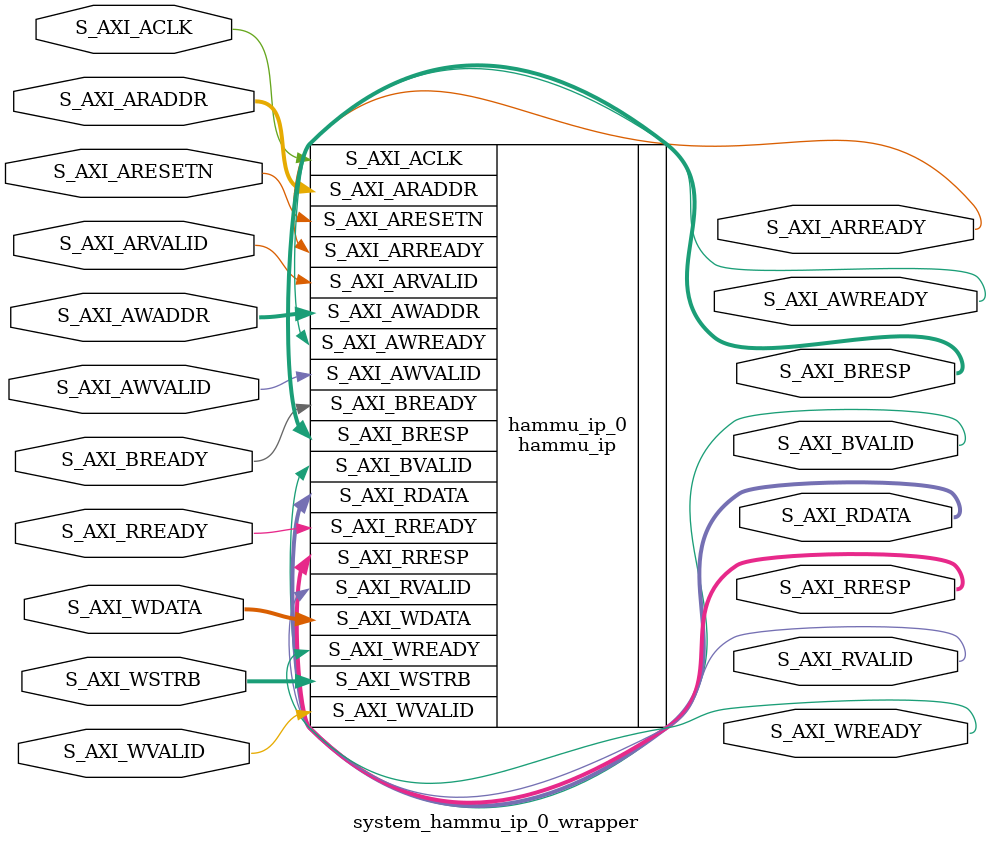
<source format=v>

module system_hammu_ip_0_wrapper
  (
    S_AXI_ACLK,
    S_AXI_ARESETN,
    S_AXI_AWADDR,
    S_AXI_AWVALID,
    S_AXI_WDATA,
    S_AXI_WSTRB,
    S_AXI_WVALID,
    S_AXI_BREADY,
    S_AXI_ARADDR,
    S_AXI_ARVALID,
    S_AXI_RREADY,
    S_AXI_ARREADY,
    S_AXI_RDATA,
    S_AXI_RRESP,
    S_AXI_RVALID,
    S_AXI_WREADY,
    S_AXI_BRESP,
    S_AXI_BVALID,
    S_AXI_AWREADY
  );
  input S_AXI_ACLK;
  input S_AXI_ARESETN;
  input [31:0] S_AXI_AWADDR;
  input S_AXI_AWVALID;
  input [31:0] S_AXI_WDATA;
  input [3:0] S_AXI_WSTRB;
  input S_AXI_WVALID;
  input S_AXI_BREADY;
  input [31:0] S_AXI_ARADDR;
  input S_AXI_ARVALID;
  input S_AXI_RREADY;
  output S_AXI_ARREADY;
  output [31:0] S_AXI_RDATA;
  output [1:0] S_AXI_RRESP;
  output S_AXI_RVALID;
  output S_AXI_WREADY;
  output [1:0] S_AXI_BRESP;
  output S_AXI_BVALID;
  output S_AXI_AWREADY;

  hammu_ip
    #(
      .C_S_AXI_DATA_WIDTH ( 32 ),
      .C_S_AXI_ADDR_WIDTH ( 32 ),
      .C_S_AXI_MIN_SIZE ( 32'h000001ff ),
      .C_USE_WSTRB ( 0 ),
      .C_DPHASE_TIMEOUT ( 8 ),
      .C_BASEADDR ( 32'h70e00000 ),
      .C_HIGHADDR ( 32'h70e0ffff ),
      .C_FAMILY ( "spartan6" ),
      .C_NUM_REG ( 1 ),
      .C_NUM_MEM ( 1 ),
      .C_SLV_AWIDTH ( 32 ),
      .C_SLV_DWIDTH ( 32 )
    )
    hammu_ip_0 (
      .S_AXI_ACLK ( S_AXI_ACLK ),
      .S_AXI_ARESETN ( S_AXI_ARESETN ),
      .S_AXI_AWADDR ( S_AXI_AWADDR ),
      .S_AXI_AWVALID ( S_AXI_AWVALID ),
      .S_AXI_WDATA ( S_AXI_WDATA ),
      .S_AXI_WSTRB ( S_AXI_WSTRB ),
      .S_AXI_WVALID ( S_AXI_WVALID ),
      .S_AXI_BREADY ( S_AXI_BREADY ),
      .S_AXI_ARADDR ( S_AXI_ARADDR ),
      .S_AXI_ARVALID ( S_AXI_ARVALID ),
      .S_AXI_RREADY ( S_AXI_RREADY ),
      .S_AXI_ARREADY ( S_AXI_ARREADY ),
      .S_AXI_RDATA ( S_AXI_RDATA ),
      .S_AXI_RRESP ( S_AXI_RRESP ),
      .S_AXI_RVALID ( S_AXI_RVALID ),
      .S_AXI_WREADY ( S_AXI_WREADY ),
      .S_AXI_BRESP ( S_AXI_BRESP ),
      .S_AXI_BVALID ( S_AXI_BVALID ),
      .S_AXI_AWREADY ( S_AXI_AWREADY )
    );

endmodule


</source>
